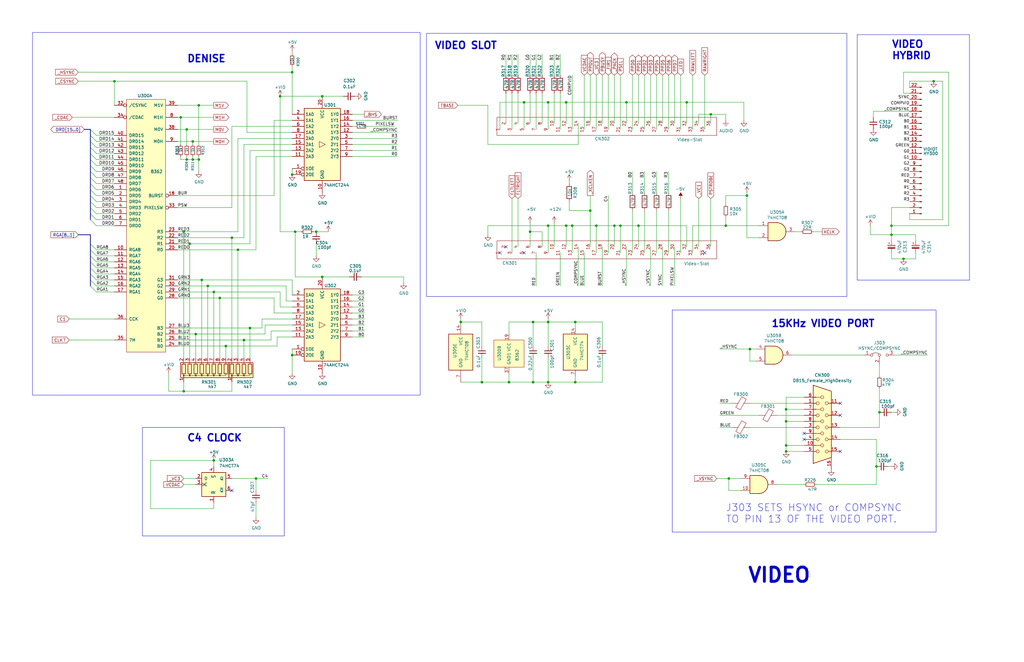
<source format=kicad_sch>
(kicad_sch (version 20231120) (generator "eeschema") (generator_version "8.0")
  (paper "B")
  (title_block (title "AMIGA PCI") (date "2025-04-28") (rev "6.0"))
  (junction (at 223.52 97.79))
  (junction (at 123.19 73.66))
  (junction (at 289.56 43.18))
  (junction (at 231.14 95.25))
  (junction (at 78.74 54.61))
  (junction (at 314.96 82.55))
  (junction (at 76.2 49.53))
  (junction (at 194.31 135.89))
  (junction (at 241.3 95.25))
  (junction (at 248.92 88.9))
  (junction (at 100.33 105.41))
  (junction (at 135.89 40.64))
  (junction (at 80.01 102.87))
  (junction (at 370.84 173.99))
  (junction (at 242.57 135.89))
  (junction (at 83.82 44.45))
  (junction (at 375.92 99.06))
  (junction (at 123.19 30.48))
  (junction (at 261.62 95.25))
  (junction (at 90.17 123.19))
  (junction (at 203.2 161.29))
  (junction (at 97.79 100.33))
  (junction (at 81.28 59.69))
  (junction (at 316.23 147.32))
  (junction (at 214.63 161.29))
  (junction (at 259.08 95.25))
  (junction (at 393.7 34.29))
  (junction (at 48.26 34.29))
  (junction (at 307.34 201.93))
  (junction (at 331.47 177.8))
  (junction (at 299.72 48.26))
  (junction (at 82.55 140.97))
  (junction (at 124.46 97.79))
  (junction (at 331.47 172.72))
  (junction (at 85.09 118.11))
  (junction (at 238.76 43.18))
  (junction (at 231.14 135.89))
  (junction (at 269.24 95.25))
  (junction (at 224.79 161.29))
  (junction (at 231.14 43.18))
  (junction (at 224.79 135.89))
  (junction (at 369.57 196.85))
  (junction (at 306.07 95.25))
  (junction (at 123.19 149.86))
  (junction (at 81.28 67.31))
  (junction (at 231.14 161.29))
  (junction (at 83.82 67.31))
  (junction (at 331.47 187.96))
  (junction (at 95.25 146.05))
  (junction (at 242.57 161.29))
  (junction (at 118.11 40.64))
  (junction (at 77.47 165.1))
  (junction (at 87.63 120.65))
  (junction (at 105.41 138.43))
  (junction (at 381 109.22))
  (junction (at 107.95 201.93))
  (junction (at 238.76 95.25))
  (junction (at 331.47 190.5))
  (junction (at 92.71 125.73))
  (junction (at 135.89 116.84))
  (junction (at 220.98 43.18))
  (junction (at 375.92 95.25))
  (junction (at 90.17 194.31))
  (junction (at 102.87 143.51))
  (junction (at 77.47 97.79))
  (junction (at 264.16 43.18))
  (junction (at 251.46 95.25))
  (junction (at 78.74 67.31))
  (junction (at 133.35 97.79))
  (no_connect (at 213.36 104.14))
  (no_connect (at 210.82 106.68))
  (no_connect (at 354.33 170.18))
  (no_connect (at 339.09 185.42))
  (no_connect (at 354.33 175.26))
  (no_connect (at 97.79 207.01))
  (no_connect (at 297.18 106.68))
  (no_connect (at 220.98 106.68))
  (no_connect (at 354.33 190.5))
  (no_connect (at 339.09 182.88))
  (bus_entry (at 40.64 118.11) (size -2.54 -2.54))
  (bus_entry (at 40.64 77.47) (size -2.54 -2.54))
  (bus_entry (at 40.64 80.01) (size -2.54 -2.54))
  (bus_entry (at 40.64 59.69) (size -2.54 -2.54))
  (bus_entry (at 40.64 85.09) (size -2.54 -2.54))
  (bus_entry (at 40.64 72.39) (size -2.54 -2.54))
  (bus_entry (at 40.64 57.15) (size -2.54 -2.54))
  (bus_entry (at 40.64 62.23) (size -2.54 -2.54))
  (bus_entry (at 40.64 95.25) (size -2.54 -2.54))
  (bus_entry (at 40.64 107.95) (size -2.54 -2.54))
  (bus_entry (at 40.64 113.03) (size -2.54 -2.54))
  (bus_entry (at 40.64 123.19) (size -2.54 -2.54))
  (bus_entry (at 40.64 110.49) (size -2.54 -2.54))
  (bus_entry (at 40.64 82.55) (size -2.54 -2.54))
  (bus_entry (at 40.64 67.31) (size -2.54 -2.54))
  (bus_entry (at 40.64 90.17) (size -2.54 -2.54))
  (bus_entry (at 40.64 120.65) (size -2.54 -2.54))
  (bus_entry (at 40.64 64.77) (size -2.54 -2.54))
  (bus_entry (at 40.64 92.71) (size -2.54 -2.54))
  (bus_entry (at 40.64 69.85) (size -2.54 -2.54))
  (bus_entry (at 40.64 87.63) (size -2.54 -2.54))
  (bus_entry (at 40.64 115.57) (size -2.54 -2.54))
  (bus_entry (at 40.64 105.41) (size -2.54 -2.54))
  (bus_entry (at 40.64 74.93) (size -2.54 -2.54))
  (wire (pts (xy 218.44 104.14) (xy 218.44 83.82)))
  (wire (pts (xy 303.53 180.34) (xy 308.61 180.34)))
  (wire (pts (xy 327.66 175.26) (xy 339.09 175.26)))
  (wire (pts (xy 251.46 54.61) (xy 251.46 31.75)))
  (wire (pts (xy 383.54 34.29) (xy 393.7 34.29)))
  (wire (pts (xy 148.59 55.88) (xy 167.64 55.88)))
  (wire (pts (xy 297.18 54.61) (xy 297.18 31.75)))
  (wire (pts (xy 118.11 129.54) (xy 118.11 123.19)))
  (wire (pts (xy 383.54 92.71) (xy 383.54 90.17)))
  (wire (pts (xy 292.1 95.25) (xy 306.07 95.25)))
  (wire (pts (xy 74.93 138.43) (xy 105.41 138.43)))
  (wire (pts (xy 264.16 43.18) (xy 289.56 43.18)))
  (wire (pts (xy 105.41 138.43) (xy 110.49 138.43)))
  (wire (pts (xy 400.05 30.48) (xy 400.05 95.25)))
  (wire (pts (xy 76.2 49.53) (xy 90.17 49.53)))
  (bus (pts (xy 38.1 54.61) (xy 38.1 57.15)))
  (wire (pts (xy 242.57 161.29) (xy 254 161.29)))
  (wire (pts (xy 203.2 161.29) (xy 194.31 161.29)))
  (wire (pts (xy 215.9 54.61) (xy 215.9 39.37)))
  (wire (pts (xy 226.06 54.61) (xy 226.06 39.37)))
  (wire (pts (xy 254 135.89) (xy 242.57 135.89)))
  (wire (pts (xy 148.59 137.16) (xy 153.67 137.16)))
  (bus (pts (xy 38.1 99.06) (xy 38.1 102.87)))
  (wire (pts (xy 281.94 88.9) (xy 281.94 106.68)))
  (wire (pts (xy 256.54 54.61) (xy 256.54 31.75)))
  (wire (pts (xy 251.46 95.25) (xy 241.3 95.25)))
  (wire (pts (xy 254 104.14) (xy 254 120.65)))
  (wire (pts (xy 231.14 151.13) (xy 231.14 161.29)))
  (wire (pts (xy 170.18 119.38) (xy 170.18 116.84)))
  (wire (pts (xy 303.53 175.26) (xy 320.04 175.26)))
  (wire (pts (xy 48.26 62.23) (xy 40.64 62.23)))
  (wire (pts (xy 241.3 106.68) (xy 241.3 95.25)))
  (wire (pts (xy 231.14 95.25) (xy 205.74 95.25)))
  (wire (pts (xy 381 30.48) (xy 400.05 30.48)))
  (wire (pts (xy 193.04 44.45) (xy 205.74 44.45)))
  (wire (pts (xy 81.28 67.31) (xy 83.82 67.31)))
  (wire (pts (xy 299.72 52.07) (xy 299.72 48.26)))
  (wire (pts (xy 224.79 146.05) (xy 224.79 135.89)))
  (wire (pts (xy 48.26 87.63) (xy 40.64 87.63)))
  (wire (pts (xy 254 161.29) (xy 254 151.13)))
  (wire (pts (xy 77.47 165.1) (xy 71.12 165.1)))
  (wire (pts (xy 100.33 105.41) (xy 100.33 151.13)))
  (wire (pts (xy 370.84 153.67) (xy 370.84 158.75)))
  (wire (pts (xy 256.54 82.55) (xy 256.54 106.68)))
  (wire (pts (xy 40.64 118.11) (xy 48.26 118.11)))
  (wire (pts (xy 246.38 106.68) (xy 246.38 120.65)))
  (wire (pts (xy 74.93 125.73) (xy 92.71 125.73)))
  (wire (pts (xy 144.78 40.64) (xy 135.89 40.64)))
  (wire (pts (xy 148.59 142.24) (xy 153.67 142.24)))
  (bus (pts (xy 38.1 110.49) (xy 38.1 113.03)))
  (wire (pts (xy 40.64 90.17) (xy 48.26 90.17)))
  (wire (pts (xy 203.2 146.05) (xy 203.2 135.89)))
  (wire (pts (xy 105.41 102.87) (xy 105.41 63.5)))
  (wire (pts (xy 218.44 52.07) (xy 218.44 39.37)))
  (wire (pts (xy 299.72 48.26) (xy 306.07 48.26)))
  (wire (pts (xy 203.2 151.13) (xy 203.2 161.29)))
  (wire (pts (xy 83.82 44.45) (xy 83.82 60.96)))
  (wire (pts (xy 194.31 134.62) (xy 194.31 135.89)))
  (wire (pts (xy 367.03 99.06) (xy 367.03 95.25)))
  (wire (pts (xy 104.14 55.88) (xy 104.14 34.29)))
  (wire (pts (xy 224.79 135.89) (xy 231.14 135.89)))
  (wire (pts (xy 251.46 106.68) (xy 251.46 95.25)))
  (wire (pts (xy 147.32 116.84) (xy 135.89 116.84)))
  (wire (pts (xy 33.02 30.48) (xy 123.19 30.48)))
  (wire (pts (xy 274.32 104.14) (xy 274.32 120.65)))
  (wire (pts (xy 48.26 67.31) (xy 40.64 67.31)))
  (wire (pts (xy 240.03 88.9) (xy 248.92 88.9)))
  (wire (pts (xy 74.93 87.63) (xy 97.79 87.63)))
  (wire (pts (xy 231.14 161.29) (xy 242.57 161.29)))
  (wire (pts (xy 238.76 43.18) (xy 264.16 43.18)))
  (wire (pts (xy 102.87 100.33) (xy 102.87 60.96)))
  (wire (pts (xy 48.26 49.53) (xy 30.48 49.53)))
  (wire (pts (xy 316.23 170.18) (xy 339.09 170.18)))
  (wire (pts (xy 124.46 97.79) (xy 127 97.79)))
  (wire (pts (xy 241.3 54.61) (xy 241.3 31.75)))
  (wire (pts (xy 107.95 201.93) (xy 113.03 201.93)))
  (wire (pts (xy 48.26 44.45) (xy 48.26 34.29)))
  (wire (pts (xy 294.64 52.07) (xy 294.64 48.26)))
  (wire (pts (xy 102.87 143.51) (xy 102.87 151.13)))
  (wire (pts (xy 377.19 149.86) (xy 391.16 149.86)))
  (wire (pts (xy 223.52 31.75) (xy 223.52 22.86)))
  (wire (pts (xy 238.76 52.07) (xy 238.76 43.18)))
  (wire (pts (xy 284.48 52.07) (xy 284.48 31.75)))
  (wire (pts (xy 294.64 104.14) (xy 294.64 83.82)))
  (wire (pts (xy 231.14 146.05) (xy 231.14 135.89)))
  (wire (pts (xy 40.64 107.95) (xy 48.26 107.95)))
  (wire (pts (xy 78.74 67.31) (xy 81.28 67.31)))
  (wire (pts (xy 316.23 147.32) (xy 318.77 147.32)))
  (wire (pts (xy 74.93 82.55) (xy 115.57 82.55)))
  (wire (pts (xy 203.2 135.89) (xy 194.31 135.89)))
  (wire (pts (xy 312.42 207.01) (xy 307.34 207.01)))
  (wire (pts (xy 220.98 54.61) (xy 220.98 43.18)))
  (wire (pts (xy 40.64 74.93) (xy 48.26 74.93)))
  (wire (pts (xy 383.54 87.63) (xy 375.92 87.63)))
  (wire (pts (xy 105.41 138.43) (xy 105.41 151.13)))
  (wire (pts (xy 40.64 110.49) (xy 48.26 110.49)))
  (wire (pts (xy 154.94 53.34) (xy 166.37 53.34)))
  (wire (pts (xy 231.14 135.89) (xy 242.57 135.89)))
  (wire (pts (xy 264.16 52.07) (xy 264.16 43.18)))
  (wire (pts (xy 276.86 88.9) (xy 276.86 106.68)))
  (wire (pts (xy 114.3 139.7) (xy 123.19 139.7)))
  (wire (pts (xy 48.26 92.71) (xy 40.64 92.71)))
  (wire (pts (xy 48.26 77.47) (xy 40.64 77.47)))
  (wire (pts (xy 48.26 72.39) (xy 40.64 72.39)))
  (wire (pts (xy 246.38 54.61) (xy 246.38 31.75)))
  (wire (pts (xy 242.57 135.89) (xy 242.57 138.43)))
  (bus (pts (xy 38.1 72.39) (xy 38.1 74.93)))
  (wire (pts (xy 90.17 214.63) (xy 63.5 214.63)))
  (wire (pts (xy 148.59 66.04) (xy 167.64 66.04)))
  (wire (pts (xy 233.68 104.14) (xy 233.68 93.98)))
  (wire (pts (xy 289.56 104.14) (xy 289.56 95.25)))
  (wire (pts (xy 240.03 85.09) (xy 240.03 88.9)))
  (wire (pts (xy 254 52.07) (xy 254 31.75)))
  (wire (pts (xy 292.1 54.61) (xy 292.1 31.75)))
  (wire (pts (xy 346.71 97.79) (xy 342.9 97.79)))
  (wire (pts (xy 377.19 173.99) (xy 375.92 173.99)))
  (wire (pts (xy 123.19 149.86) (xy 123.19 157.48)))
  (wire (pts (xy 123.19 22.86) (xy 123.19 21.59)))
  (wire (pts (xy 223.52 97.79) (xy 223.52 93.98)))
  (wire (pts (xy 314.96 82.55) (xy 314.96 81.28)))
  (wire (pts (xy 316.23 152.4) (xy 316.23 147.32)))
  (wire (pts (xy 233.68 52.07) (xy 233.68 39.37)))
  (wire (pts (xy 123.19 30.48) (xy 123.19 48.26)))
  (wire (pts (xy 299.72 104.14) (xy 299.72 83.82)))
  (wire (pts (xy 307.34 207.01) (xy 307.34 201.93)))
  (wire (pts (xy 77.47 97.79) (xy 100.33 97.79)))
  (wire (pts (xy 383.54 39.37) (xy 381 39.37)))
  (wire (pts (xy 102.87 60.96) (xy 123.19 60.96)))
  (wire (pts (xy 215.9 106.68) (xy 215.9 83.82)))
  (wire (pts (xy 375.92 196.85) (xy 374.65 196.85)))
  (wire (pts (xy 74.93 49.53) (xy 76.2 49.53)))
  (wire (pts (xy 148.59 48.26) (xy 153.67 48.26)))
  (wire (pts (xy 74.93 140.97) (xy 82.55 140.97)))
  (wire (pts (xy 302.26 201.93) (xy 307.34 201.93)))
  (wire (pts (xy 97.79 53.34) (xy 97.79 87.63)))
  (wire (pts (xy 205.74 44.45) (xy 205.74 60.96)))
  (wire (pts (xy 74.93 54.61) (xy 78.74 54.61)))
  (wire (pts (xy 74.93 143.51) (xy 102.87 143.51)))
  (bus (pts (xy 38.1 57.15) (xy 38.1 59.69)))
  (wire (pts (xy 327.66 204.47) (xy 339.09 204.47)))
  (wire (pts (xy 370.84 163.83) (xy 370.84 173.99)))
  (wire (pts (xy 148.59 60.96) (xy 167.64 60.96)))
  (wire (pts (xy 386.08 109.22) (xy 381 109.22)))
  (wire (pts (xy 339.09 172.72) (xy 331.47 172.72)))
  (wire (pts (xy 148.59 139.7) (xy 153.67 139.7)))
  (wire (pts (xy 279.4 120.65) (xy 279.4 104.14)))
  (wire (pts (xy 87.63 120.65) (xy 87.63 151.13)))
  (wire (pts (xy 148.59 134.62) (xy 153.67 134.62)))
  (wire (pts (xy 334.01 149.86) (xy 364.49 149.86)))
  (bus (pts (xy 38.1 115.57) (xy 38.1 118.11)))
  (wire (pts (xy 133.35 97.79) (xy 138.43 97.79)))
  (wire (pts (xy 83.82 72.39) (xy 83.82 67.31)))
  (wire (pts (xy 231.14 106.68) (xy 231.14 95.25)))
  (wire (pts (xy 123.19 71.12) (xy 123.19 73.66)))
  (wire (pts (xy 123.19 142.24) (xy 116.84 142.24)))
  (wire (pts (xy 266.7 72.39) (xy 266.7 81.28)))
  (wire (pts (xy 123.19 137.16) (xy 111.76 137.16)))
  (wire (pts (xy 77.47 201.93) (xy 82.55 201.93)))
  (wire (pts (xy 370.84 173.99) (xy 370.84 180.34)))
  (wire (pts (xy 228.6 97.79) (xy 223.52 97.79)))
  (wire (pts (xy 74.93 102.87) (xy 80.01 102.87)))
  (wire (pts (xy 306.07 86.36) (xy 306.07 82.55)))
  (wire (pts (xy 170.18 116.84) (xy 152.4 116.84)))
  (wire (pts (xy 100.33 105.41) (xy 107.95 105.41)))
  (wire (pts (xy 148.59 50.8) (xy 167.64 50.8)))
  (bus (pts (xy 38.1 62.23) (xy 38.1 64.77)))
  (wire (pts (xy 40.64 123.19) (xy 48.26 123.19)))
  (wire (pts (xy 331.47 167.64) (xy 331.47 172.72)))
  (wire (pts (xy 243.84 60.96) (xy 243.84 52.07)))
  (wire (pts (xy 276.86 72.39) (xy 276.86 81.28)))
  (bus (pts (xy 38.1 102.87) (xy 38.1 105.41)))
  (wire (pts (xy 63.5 194.31) (xy 90.17 194.31)))
  (wire (pts (xy 40.64 105.41) (xy 48.26 105.41)))
  (wire (pts (xy 63.5 214.63) (xy 63.5 194.31)))
  (wire (pts (xy 40.64 120.65) (xy 48.26 120.65)))
  (wire (pts (xy 81.28 59.69) (xy 90.17 59.69)))
  (wire (pts (xy 77.47 204.47) (xy 82.55 204.47)))
  (wire (pts (xy 228.6 104.14) (xy 228.6 97.79)))
  (wire (pts (xy 386.08 106.68) (xy 386.08 109.22)))
  (wire (pts (xy 115.57 132.08) (xy 123.19 132.08)))
  (wire (pts (xy 386.08 99.06) (xy 386.08 101.6)))
  (wire (pts (xy 284.48 104.14) (xy 284.48 120.65)))
  (wire (pts (xy 40.64 113.03) (xy 48.26 113.03)))
  (wire (pts (xy 123.19 129.54) (xy 118.11 129.54)))
  (wire (pts (xy 276.86 54.61) (xy 276.86 31.75)))
  (wire (pts (xy 368.3 46.99) (xy 368.3 49.53)))
  (wire (pts (xy 48.26 34.29) (xy 104.14 34.29)))
  (wire (pts (xy 81.28 59.69) (xy 81.28 60.96)))
  (wire (pts (xy 87.63 120.65) (xy 120.65 120.65)))
  (wire (pts (xy 269.24 52.07) (xy 269.24 31.75)))
  (wire (pts (xy 266.7 54.61) (xy 266.7 31.75)))
  (wire (pts (xy 248.92 52.07) (xy 248.92 31.75)))
  (wire (pts (xy 80.01 102.87) (xy 80.01 151.13)))
  (bus (pts (xy 35.56 54.61) (xy 38.1 54.61)))
  (wire (pts (xy 266.7 88.9) (xy 266.7 106.68)))
  (wire (pts (xy 110.49 134.62) (xy 110.49 138.43)))
  (wire (pts (xy 107.95 66.04) (xy 107.95 105.41)))
  (wire (pts (xy 123.19 147.32) (xy 123.19 149.86)))
  (wire (pts (xy 397.51 34.29) (xy 397.51 92.71)))
  (wire (pts (xy 313.69 43.18) (xy 313.69 50.8)))
  (wire (pts (xy 40.64 85.09) (xy 48.26 85.09)))
  (wire (pts (xy 77.47 161.29) (xy 77.47 165.1)))
  (bus (pts (xy 38.1 77.47) (xy 38.1 80.01)))
  (bus (pts (xy 38.1 80.01) (xy 38.1 82.55)))
  (wire (pts (xy 269.24 95.25) (xy 261.62 95.25)))
  (wire (pts (xy 236.22 106.68) (xy 236.22 120.65)))
  (wire (pts (xy 238.76 95.25) (xy 231.14 95.25)))
  (wire (pts (xy 74.93 59.69) (xy 81.28 59.69)))
  (wire (pts (xy 292.1 106.68) (xy 292.1 95.25)))
  (wire (pts (xy 148.59 53.34) (xy 149.86 53.34)))
  (wire (pts (xy 231.14 134.62) (xy 231.14 135.89)))
  (wire (pts (xy 214.63 157.48) (xy 214.63 161.29)))
  (wire (pts (xy 203.2 161.29) (xy 214.63 161.29)))
  (wire (pts (xy 148.59 129.54) (xy 153.67 129.54)))
  (wire (pts (xy 224.79 161.29) (xy 231.14 161.29)))
  (wire (pts (xy 339.09 187.96) (xy 331.47 187.96)))
  (wire (pts (xy 83.82 44.45) (xy 90.17 44.45)))
  (wire (pts (xy 148.59 124.46) (xy 153.67 124.46)))
  (wire (pts (xy 76.2 49.53) (xy 76.2 60.96)))
  (wire (pts (xy 123.19 27.94) (xy 123.19 30.48)))
  (wire (pts (xy 148.59 127) (xy 153.67 127)))
  (wire (pts (xy 236.22 54.61) (xy 236.22 39.37)))
  (bus (pts (xy 38.1 118.11) (xy 38.1 120.65)))
  (bus (pts (xy 38.1 87.63) (xy 38.1 90.17)))
  (wire (pts (xy 40.64 69.85) (xy 48.26 69.85)))
  (bus (pts (xy 38.1 113.03) (xy 38.1 115.57)))
  (wire (pts (xy 71.12 157.48) (xy 71.12 165.1)))
  (wire (pts (xy 259.08 52.07) (xy 259.08 31.75)))
  (wire (pts (xy 261.62 106.68) (xy 261.62 95.25)))
  (wire (pts (xy 97.79 161.29) (xy 97.79 165.1)))
  (wire (pts (xy 74.93 44.45) (xy 83.82 44.45)))
  (wire (pts (xy 261.62 54.61) (xy 261.62 31.75)))
  (wire (pts (xy 316.23 147.32) (xy 303.53 147.32)))
  (wire (pts (xy 331.47 190.5) (xy 339.09 190.5)))
  (wire (pts (xy 215.9 31.75) (xy 215.9 22.86)))
  (wire (pts (xy 97.79 201.93) (xy 107.95 201.93)))
  (wire (pts (xy 214.63 135.89) (xy 214.63 140.97)))
  (wire (pts (xy 95.25 146.05) (xy 95.25 151.13)))
  (wire (pts (xy 228.6 31.75) (xy 228.6 22.86)))
  (wire (pts (xy 213.36 52.07) (xy 213.36 39.37)))
  (bus (pts (xy 38.1 74.93) (xy 38.1 77.47)))
  (wire (pts (xy 306.07 82.55) (xy 314.96 82.55)))
  (wire (pts (xy 287.02 54.61) (xy 287.02 31.75)))
  (wire (pts (xy 123.19 66.04) (xy 107.95 66.04)))
  (bus (pts (xy 38.1 67.31) (xy 38.1 69.85)))
  (wire (pts (xy 339.09 177.8) (xy 331.47 177.8)))
  (wire (pts (xy 90.17 212.09) (xy 90.17 214.63)))
  (bus (pts (xy 38.1 69.85) (xy 38.1 72.39)))
  (wire (pts (xy 240.03 76.2) (xy 240.03 77.47)))
  (wire (pts (xy 83.82 67.31) (xy 83.82 66.04)))
  (wire (pts (xy 92.71 125.73) (xy 92.71 151.13)))
  (wire (pts (xy 95.25 146.05) (xy 116.84 146.05)))
  (wire (pts (xy 100.33 97.79) (xy 100.33 58.42)))
  (wire (pts (xy 40.64 115.57) (xy 48.26 115.57)))
  (wire (pts (xy 369.57 196.85) (xy 369.57 185.42)))
  (wire (pts (xy 214.63 135.89) (xy 224.79 135.89)))
  (wire (pts (xy 289.56 52.07) (xy 289.56 43.18)))
  (wire (pts (xy 231.14 54.61) (xy 231.14 43.18)))
  (wire (pts (xy 220.98 43.18) (xy 231.14 43.18)))
  (wire (pts (xy 102.87 143.51) (xy 114.3 143.51)))
  (bus (pts (xy 38.1 85.09) (xy 38.1 87.63)))
  (wire (pts (xy 306.07 95.25) (xy 320.04 95.25)))
  (wire (pts (xy 97.79 53.34) (xy 123.19 53.34)))
  (wire (pts (xy 29.21 143.51) (xy 48.26 143.51)))
  (wire (pts (xy 400.05 95.25) (xy 375.92 95.25)))
  (wire (pts (xy 236.22 31.75) (xy 236.22 22.86)))
  (bus (pts (xy 38.1 82.55) (xy 38.1 85.09)))
  (wire (pts (xy 135.89 40.64) (xy 118.11 40.64)))
  (wire (pts (xy 81.28 66.04) (xy 81.28 67.31)))
  (wire (pts (xy 77.47 165.1) (xy 97.79 165.1)))
  (wire (pts (xy 274.32 52.07) (xy 274.32 31.75)))
  (wire (pts (xy 124.46 97.79) (xy 124.46 116.84)))
  (wire (pts (xy 92.71 125.73) (xy 115.57 125.73)))
  (wire (pts (xy 90.17 194.31) (xy 90.17 196.85)))
  (wire (pts (xy 107.95 212.09) (xy 107.95 218.44)))
  (wire (pts (xy 123.19 127) (xy 120.65 127)))
  (wire (pts (xy 314.96 100.33) (xy 320.04 100.33)))
  (wire (pts (xy 74.93 97.79) (xy 77.47 97.79)))
  (wire (pts (xy 381 109.22) (xy 375.92 109.22)))
  (wire (pts (xy 148.59 58.42) (xy 167.64 58.42)))
  (wire (pts (xy 289.56 43.18) (xy 313.69 43.18)))
  (wire (pts (xy 97.79 100.33) (xy 97.79 151.13)))
  (bus (pts (xy 38.1 64.77) (xy 38.1 67.31)))
  (wire (pts (xy 248.92 82.55) (xy 248.92 88.9)))
  (wire (pts (xy 264.16 104.14) (xy 264.16 120.65)))
  (wire (pts (xy 82.55 140.97) (xy 111.76 140.97)))
  (wire (pts (xy 243.84 104.14) (xy 243.84 120.65)))
  (wire (pts (xy 115.57 50.8) (xy 123.19 50.8)))
  (wire (pts (xy 331.47 187.96) (xy 331.47 190.5)))
  (wire (pts (xy 339.09 180.34) (xy 316.23 180.34)))
  (wire (pts (xy 85.09 118.11) (xy 85.09 151.13)))
  (wire (pts (xy 344.17 204.47) (xy 369.57 204.47)))
  (wire (pts (xy 375.92 109.22) (xy 375.92 106.68)))
  (wire (pts (xy 78.74 54.61) (xy 78.74 60.96)))
  (wire (pts (xy 76.2 66.04) (xy 76.2 67.31)))
  (wire (pts (xy 381 39.37) (xy 381 30.48)))
  (wire (pts (xy 107.95 201.93) (xy 107.95 207.01)))
  (wire (pts (xy 303.53 170.18) (xy 308.61 170.18)))
  (wire (pts (xy 48.26 34.29) (xy 33.02 34.29)))
  (wire (pts (xy 115.57 125.73) (xy 115.57 132.08)))
  (wire (pts (xy 85.09 118.11) (xy 123.19 118.11)))
  (wire (pts (xy 111.76 137.16) (xy 111.76 140.97)))
  (wire (pts (xy 226.06 31.75) (xy 226.06 22.86)))
  (wire (pts (xy 259.08 104.14) (xy 259.08 95.25)))
  (wire (pts (xy 306.07 48.26) (xy 306.07 50.8)))
  (wire (pts (xy 226.06 106.68) (xy 226.06 120.65)))
  (wire (pts (xy 287.02 83.82) (xy 287.02 106.68)))
  (wire (pts (xy 40.64 95.25) (xy 48.26 95.25)))
  (bus (pts (xy 38.1 107.95) (xy 38.1 110.49)))
  (wire (pts (xy 312.42 201.93) (xy 307.34 201.93)))
  (wire (pts (xy 369.57 204.47) (xy 369.57 196.85)))
  (wire (pts (xy 393.7 34.29) (xy 397.51 34.29)))
  (wire (pts (xy 105.41 63.5) (xy 123.19 63.5)))
  (wire (pts (xy 90.17 123.19) (xy 118.11 123.19)))
  (wire (pts (xy 281.94 54.61) (xy 281.94 31.75)))
  (wire (pts (xy 339.09 167.64) (xy 331.47 167.64)))
  (wire (pts (xy 116.84 142.24) (xy 116.84 146.05)))
  (wire (pts (xy 210.82 43.18) (xy 220.98 43.18)))
  (wire (pts (xy 148.59 63.5) (xy 167.64 63.5)))
  (wire (pts (xy 78.74 54.61) (xy 90.17 54.61)))
  (wire (pts (xy 369.57 185.42) (xy 354.33 185.42)))
  (wire (pts (xy 100.33 58.42) (xy 123.19 58.42)))
  (wire (pts (xy 238.76 104.14) (xy 238.76 95.25)))
  (wire (pts (xy 133.35 102.87) (xy 133.35 107.95)))
  (wire (pts (xy 82.55 140.97) (xy 82.55 151.13)))
  (wire (pts (xy 375.92 95.25) (xy 375.92 99.06)))
  (wire (pts (xy 231.14 43.18) (xy 238.76 43.18)))
  (bus (pts (xy 38.1 59.69) (xy 38.1 62.23)))
  (wire (pts (xy 271.78 88.9) (xy 271.78 106.68)))
  (wire (pts (xy 74.93 105.41) (xy 100.33 105.41)))
  (wire (pts (xy 331.47 172.72) (xy 331.47 177.8)))
  (wire (pts (xy 375.92 99.06) (xy 386.08 99.06)))
  (wire (pts (xy 214.63 161.29) (xy 224.79 161.29)))
  (wire (pts (xy 269.24 104.14) (xy 269.24 95.25)))
  (wire (pts (xy 254 146.05) (xy 254 135.89)))
  (wire (pts (xy 97.79 100.33) (xy 102.87 100.33)))
  (wire (pts (xy 210.82 54.61) (xy 210.82 43.18)))
  (wire (pts (xy 279.4 52.07) (xy 279.4 31.75)))
  (wire (pts (xy 242.57 161.29) (xy 242.57 158.75)))
  (wire (pts (xy 233.68 31.75) (xy 233.68 22.86)))
  (wire (pts (xy 115.57 82.55) (xy 115.57 50.8)))
  (wire (pts (xy 48.26 57.15) (xy 40.64 57.15)))
  (bus (pts (xy 38.1 105.41) (xy 38.1 107.95)))
  (wire (pts (xy 271.78 54.61) (xy 271.78 31.75)))
  (wire (pts (xy 205.74 95.25) (xy 205.74 99.06)))
  (wire (pts (xy 74.93 146.05) (xy 95.25 146.05)))
  (wire (pts (xy 271.78 72.39) (xy 271.78 81.28)))
  (wire (pts (xy 223.52 104.14) (xy 223.52 97.79)))
  (wire (pts (xy 228.6 52.07) (xy 228.6 39.37)))
  (wire (pts (xy 248.92 88.9) (xy 248.92 104.14)))
  (wire (pts (xy 29.21 134.62) (xy 48.26 134.62)))
  (wire (pts (xy 205.74 60.96) (xy 243.84 60.96)))
  (wire (pts (xy 123.19 124.46) (xy 123.19 118.11)))
  (bus (pts (xy 38.1 99.06) (xy 33.02 99.06)))
  (wire (pts (xy 318.77 152.4) (xy 316.23 152.4)))
  (wire (pts (xy 375.92 101.6) (xy 375.92 99.06)))
  (wire (pts (xy 90.17 123.19) (xy 90.17 151.13)))
  (wire (pts (xy 397.51 92.71) (xy 383.54 92.71)))
  (wire (pts (xy 148.59 132.08) (xy 153.67 132.08)))
  (wire (pts (xy 74.93 120.65) (xy 87.63 120.65)))
  (wire (pts (xy 76.2 67.31) (xy 78.74 67.31)))
  (wire (pts (xy 114.3 143.51) (xy 114.3 139.7)))
  (wire (pts (xy 74.93 100.33) (xy 97.79 100.33)))
  (wire (pts (xy 281.94 72.39) (xy 281.94 81.28)))
  (wire (pts (xy 331.47 177.8) (xy 331.47 187.96)))
  (wire (pts (xy 74.93 118.11) (xy 85.09 118.11)))
  (wire (pts (xy 132.08 97.79) (xy 133.35 97.79)))
  (wire (pts (xy 40.64 80.01) (xy 48.26 80.01)))
  (wire (pts (xy 135.89 116.84) (xy 124.46 116.84)))
  (wire (pts (xy 48.26 82.55) (xy 40.64 82.55)))
  (wire (pts (xy 259.08 95.25) (xy 251.46 95.25)))
  (wire (pts (xy 375.92 87.63) (xy 375.92 95.25)))
  (wire (pts (xy 383.54 46.99) (xy 368.3 46.99)))
  (wire (pts (xy 367.03 99.06) (xy 375.92 99.06)))
  (wire (pts (xy 314.96 82.55) (xy 314.96 100.33)))
  (wire (pts (xy 223.52 52.07) (xy 223.52 39.37)))
  (wire (pts (xy 74.93 123.19) (xy 90.17 123.19)))
  (bus (pts (xy 38.1 90.17) (xy 38.1 92.71)))
  (wire (pts (xy 218.44 31.75) (xy 218.44 22.86)))
  (wire (pts (xy 78.74 66.04) (xy 78.74 67.31)))
  (wire (pts (xy 241.3 95.25) (xy 238.76 95.25)))
  (wire (pts (xy 224.79 151.13) (xy 224.79 161.29)))
  (wire (pts (xy 289.56 95.25) (xy 269.24 95.25)))
  (wire (pts (xy 383.54 36.83) (xy 383.54 34.29)))
  (wire (pts (xy 80.01 102.87) (xy 105.41 102.87)))
  (wire (pts (xy 123.19 55.88) (xy 104.14 55.88)))
  (wire (pts (xy 40.64 64.77) (xy 48.26 64.77)))
  (wire (pts (xy 118.11 97.79) (xy 124.46 97.79)))
  (wire (pts (xy 294.64 48.26) (xy 299.72 48.26)))
  (wire (pts (xy 213.36 31.75) (xy 213.36 22.86)))
  (wire (pts (xy 118.11 40.64) (xy 118.11 97.79)))
  (wire (pts (xy 306.07 91.44) (xy 306.07 95.25)))
  (wire (pts (xy 354.33 180.34) (xy 370.84 180.34)))
  (wire (pts (xy 120.65 127) (xy 120.65 120.65)))
  (wire (pts (xy 261.62 95.25) (xy 259.08 95.25)))
  (wire (pts (xy 123.19 134.62) (xy 110.49 134.62)))
  (wire (pts (xy 40.64 59.69) (xy 48.26 59.69)))
  (wire (pts (xy 77.47 97.79) (xy 77.47 151.13)))
  (wire (pts (xy 337.82 97.79) (xy 335.28 97.79)))
  (rectangle (start 13.716 13.716) (end 177.165 166.751))
  (rectangle (start 179.832 14.097) (end 357.124 125.095))
  (rectangle (start 361.442 14.605) (end 408.813 118.237))
  (rectangle (start 283.464 130.81) (end 394.716 224.536))
  (rectangle (start 60.071 180.34) (end 119.888 226.187))
  (text "VIDEO SLOT" (at 183.134 21.082 0) (effects (font (size 3 3) (bold yes)) (justify left bottom)))
  (text "J303 SETS HSYNC or COMPSYNC\nTO PIN 13 OF THE VIDEO PORT." (at 306.07 220.98 0) (effects (font (size 2.9972 2.9972)) (justify left bottom)))
  (text "VIDEO\nHYBRID" (at 375.92 25.4 0) (effects (font (size 3 3) (bold yes)) (justify left bottom)))
  (text "DENISE" (at 78.74 26.67 0) (effects (font (size 3 3) (thickness 0.6) (bold yes)) (justify left bottom)))
  (text "C4 CLOCK" (at 78.74 186.69 0) (effects (font (size 3 3) (thickness 0.6) (bold yes)) (justify left bottom)))
  (text "15KHz VIDEO PORT" (at 325.12 138.43 0) (effects (font (size 3 3) (bold yes)) (justify left bottom)))
  (text "VIDEO" (at 314.96 246.38 0) (effects (font (size 6 6) (thickness 1.2) (bold yes)) (justify left bottom)))
  (label "DRD4" (at 48.26 85.09 180) (effects (font (size 1.2954 1.2954))))
  (label "RGA5" (at 40.64 113.03 0) (effects (font (size 1.2954 1.2954))))
  (label "DRD5" (at 48.26 82.55 180) (effects (font (size 1.2954 1.2954))))
  (label "BLUE" (at 246.38 120.65 90) (effects (font (size 1.1938 1.1938))))
  (label "B1" (at 383.54 54.61 180) (effects (font (size 1.1938 1.1938))))
  (label "G2" (at 228.6 22.86 270))
  (label "R2" (at 383.54 82.55 180) (effects (font (size 1.1938 1.1938))))
  (label "R0" (at 213.36 22.86 270))
  (label "G2" (at 383.54 69.85 180) (effects (font (size 1.1938 1.1938))))
  (label "G3" (at 276.86 72.39 270))
  (label "DRD13" (at 48.26 62.23 180) (effects (font (size 1.2954 1.2954))))
  (label "B1" (at 153.67 139.7 180))
  (label "BLU3" (at 74.93 138.43 0))
  (label "PSW" (at 74.93 87.63 0))
  (label "RED2" (at 74.93 100.33 0))
  (label "COMPVID" (at 241.3 31.75 270))
  (label "BLU1" (at 74.93 143.51 0))
  (label "B0" (at 153.67 142.24 180))
  (label "DRD3" (at 48.26 87.63 180) (effects (font (size 1.2954 1.2954))))
  (label "BLUE" (at 383.54 49.53 180) (effects (font (size 1.1938 1.1938))))
  (label "GRN1" (at 74.93 123.19 0))
  (label "RED3" (at 74.93 97.79 0))
  (label "G1" (at 226.06 22.86 270))
  (label "RGA4" (at 40.64 115.57 0) (effects (font (size 1.2954 1.2954))))
  (label "R3" (at 383.54 85.09 180) (effects (font (size 1.1938 1.1938))))
  (label "B1" (at 233.68 22.86 270))
  (label "RGA6" (at 40.64 110.49 0) (effects (font (size 1.2954 1.2954))))
  (label "B3" (at 271.78 72.39 270))
  (label "B2" (at 383.54 57.15 180) (effects (font (size 1.1938 1.1938))))
  (label "COMPVID" (at 383.54 44.45 180) (effects (font (size 1.1938 1.1938))))
  (label "RGA3" (at 40.64 118.11 0) (effects (font (size 1.2954 1.2954))))
  (label "SYNC" (at 279.4 120.65 90))
  (label "B0" (at 266.7 72.39 270))
  (label "DRD2" (at 48.26 90.17 180) (effects (font (size 1.2954 1.2954))))
  (label "GREEN" (at 236.22 120.65 90) (effects (font (size 1.1938 1.1938))))
  (label "GREEN" (at 303.53 175.26 0) (effects (font (size 1.1938 1.1938))))
  (label "DRD12" (at 48.26 64.77 180) (effects (font (size 1.2954 1.2954))))
  (label "DRD0" (at 48.26 95.25 180) (effects (font (size 1.2954 1.2954))))
  (label "BUR" (at 74.93 82.55 0))
  (label "RED0" (at 74.93 105.41 0))
  (label "_COMPSYNC" (at 243.84 120.65 90) (effects (font (size 1.1938 1.1938))))
  (label "C4" (at 256.54 82.55 270))
  (label "R0" (at 383.54 77.47 180) (effects (font (size 1.1938 1.1938))))
  (label "B0" (at 383.54 52.07 180) (effects (font (size 1.1938 1.1938))))
  (label "RGA2" (at 40.64 120.65 0) (effects (font (size 1.2954 1.2954))))
  (label "R2" (at 167.64 60.96 180))
  (label "BURST" (at 254 120.65 90))
  (label "G1" (at 153.67 129.54 180))
  (label "DRD14" (at 48.26 59.69 180) (effects (font (size 1.2954 1.2954))))
  (label "DRD7" (at 48.26 77.47 180) (effects (font (size 1.2954 1.2954))))
  (label "B3" (at 383.54 59.69 180) (effects (font (size 1.1938 1.1938))))
  (label "DRD11" (at 48.26 67.31 180) (effects (font (size 1.2954 1.2954))))
  (label "R3" (at 281.94 72.39 270))
  (label "_COMPSYNC" (at 167.64 55.88 180))
  (label "DRD10" (at 48.26 69.85 180) (effects (font (size 1.2954 1.2954))))
  (label "R1" (at 215.9 22.86 270))
  (label "PIXELSW" (at 166.37 53.34 180))
  (label "RED1" (at 74.93 102.87 0))
  (label "_COMPSYNC" (at 391.16 149.86 180))
  (label "B2" (at 153.67 137.16 180))
  (label "GRN3" (at 74.93 118.11 0))
  (label "RGA8" (at 40.64 105.41 0) (effects (font (size 1.2954 1.2954))))
  (label "G0" (at 223.52 22.86 270))
  (label "G3" (at 383.54 72.39 180) (effects (font (size 1.1938 1.1938))))
  (label "R0" (at 167.64 66.04 180))
  (label "BLU2" (at 74.93 140.97 0))
  (label "_VSYNC" (at 274.32 120.65 90))
  (label "BLU0" (at 74.93 146.05 0))
  (label "DRD15" (at 48.26 57.15 180) (effects (font (size 1.2954 1.2954))))
  (label "PIXELSW" (at 284.48 120.65 90))
  (label "G3" (at 153.67 124.46 180))
  (label "BURST" (at 167.64 50.8 180))
  (label "DRD8" (at 48.26 74.93 180) (effects (font (size 1.2954 1.2954))))
  (label "B3" (at 153.67 134.62 180))
  (label "R2" (at 218.44 22.86 270))
  (label "DRD1" (at 48.26 92.71 180) (effects (font (size 1.2954 1.2954))))
  (label "_HSYNC" (at 264.16 120.65 90))
  (label "RED" (at 303.53 170.18 0) (effects (font (size 1.1938 1.1938))))
  (label "R1" (at 167.64 63.5 180))
  (label "B2" (at 236.22 22.86 270))
  (label "GRN2" (at 74.93 120.65 0))
  (label "BLUE" (at 303.53 180.34 0) (effects (font (size 1.1938 1.1938))))
  (label "G0" (at 383.54 64.77 180) (effects (font (size 1.1938 1.1938))))
  (label "RED" (at 383.54 74.93 180) (effects (font (size 1.1938 1.1938))))
  (label "C4" (at 113.03 201.93 180))
  (label "R3" (at 167.64 58.42 180))
  (label "RGA7" (at 40.64 107.95 0) (effects (font (size 1.2954 1.2954))))
  (label "_HSYNC" (at 303.53 147.32 0))
  (label "G0" (at 153.67 132.08 180))
  (label "RGA1" (at 40.64 123.19 0) (effects (font (size 1.2954 1.2954))))
  (label "DRD6" (at 48.26 80.01 180) (effects (font (size 1.2954 1.2954))))
  (label "GREEN" (at 383.54 62.23 180) (effects (font (size 1.1938 1.1938))))
  (label "_COMPSYNC" (at 383.54 46.99 180) (effects (font (size 1.1938 1.1938))))
  (label "G2" (at 153.67 127 180))
  (label "DRD9" (at 48.26 72.39 180) (effects (font (size 1.2954 1.2954))))
  (label "GRN0" (at 74.93 125.73 0))
  (label "G1" (at 383.54 67.31 180) (effects (font (size 1.1938 1.1938))))
  (label "RED" (at 226.06 120.65 90) (effects (font (size 1.1938 1.1938))))
  (label "SYNC" (at 383.54 41.91 180) (effects (font (size 1.1938 1.1938))))
  (label "R1" (at 383.54 80.01 180) (effects (font (size 1.1938 1.1938))))
  (global_label "_VSYNC" (shape input) (at 302.26 201.93 180) (property "Intersheetrefs" "${INTERSHEET_REFS}" (at 292.3994 201.93 0) (effects (justify right))))
  (global_label "FLTLEFT" (shape input) (at 215.9 83.82 90) (property "Intersheetrefs" "${INTERSHEET_REFS}" (at 215.9 73.5966 90) (effects (justify left))))
  (global_label "PPD4" (shape bidirectional) (at 276.86 31.75 90) (property "Intersheetrefs" "${INTERSHEET_REFS}" (at 276.86 22.7134 90) (effects (justify left))))
  (global_label "PSTROBE" (shape input) (at 299.72 83.82 90) (property "Intersheetrefs" "${INTERSHEET_REFS}" (at 299.72 72.4476 90) (effects (justify left))))
  (global_label "_VC3" (shape input) (at 251.46 31.75 90) (property "Intersheetrefs" "${INTERSHEET_REFS}" (at 251.46 24.3085 90) (effects (justify left))))
  (global_label "FLTRIGHT" (shape input) (at 218.44 83.82 90) (property "Intersheetrefs" "${INTERSHEET_REFS}" (at 218.44 72.387 90) (effects (justify left))))
  (global_label "_CSYNC" (shape input) (at 33.02 34.29 180) (property "Intersheetrefs" "${INTERSHEET_REFS}" (at 22.978 34.29 0) (effects (justify right))))
  (global_label "PPD1" (shape bidirectional) (at 269.24 31.75 90) (property "Intersheetrefs" "${INTERSHEET_REFS}" (at 269.24 22.7134 90) (effects (justify left))))
  (global_label "XCLK" (shape output) (at 346.71 97.79 0) (property "Intersheetrefs" "${INTERSHEET_REFS}" (at 354.3934 97.79 0) (effects (justify left))))
  (global_label "CLK7" (shape input) (at 29.21 143.51 180) (property "Intersheetrefs" "${INTERSHEET_REFS}" (at 21.4472 143.51 0) (effects (justify right))))
  (global_label "M1V" (shape output) (at 90.17 44.45 0) (property "Intersheetrefs" "${INTERSHEET_REFS}" (at 96.8253 44.45 0) (effects (justify left))))
  (global_label "VCDAC" (shape input) (at 77.47 204.47 180) (property "Intersheetrefs" "${INTERSHEET_REFS}" (at 68.4976 204.47 0) (effects (justify right))))
  (global_label "_PACK" (shape bidirectional) (at 259.08 31.75 90) (property "Intersheetrefs" "${INTERSHEET_REFS}" (at 259.08 21.8667 90) (effects (justify left))))
  (global_label "_CDAC" (shape input) (at 30.48 49.53 180) (property "Intersheetrefs" "${INTERSHEET_REFS}" (at 21.708 49.53 0) (effects (justify right))))
  (global_label "PPD7" (shape bidirectional) (at 284.48 31.75 90) (property "Intersheetrefs" "${INTERSHEET_REFS}" (at 284.48 22.7134 90) (effects (justify left))))
  (global_label "_LED" (shape input) (at 287.02 31.75 90) (property "Intersheetrefs" "${INTERSHEET_REFS}" (at 287.02 24.4295 90) (effects (justify left))))
  (global_label "_FIR1" (shape input) (at 256.54 31.75 90) (property "Intersheetrefs" "${INTERSHEET_REFS}" (at 256.54 23.6243 90) (effects (justify left))))
  (global_label "DRD[15..0]" (shape bidirectional) (at 35.56 54.61 180) (effects (font (size 1.2954 1.2954))) (property "Intersheetrefs" "${INTERSHEET_REFS}" (at 20.9148 54.61 0) (effects (justify right))))
  (global_label "PSEL" (shape input) (at 261.62 31.75 90) (property "Intersheetrefs" "${INTERSHEET_REFS}" (at 261.62 24.1876 90) (effects (justify left))))
  (global_label "PBUSY" (shape bidirectional) (at 254 31.75 90) (property "Intersheetrefs" "${INTERSHEET_REFS}" (at 254 21.5643 90) (effects (justify left))))
  (global_label "RAWRIGHT" (shape input) (at 297.18 31.75 90) (property "Intersheetrefs" "${INTERSHEET_REFS}" (at 297.18 19.5913 90) (effects (justify left))))
  (global_label "VCDAC" (shape input) (at 246.38 31.75 90) (property "Intersheetrefs" "${INTERSHEET_REFS}" (at 246.38 22.857 90) (effects (justify left))))
  (global_label "PPOUT" (shape bidirectional) (at 248.92 31.75 90) (property "Intersheetrefs" "${INTERSHEET_REFS}" (at 248.92 21.5643 90) (effects (justify left))))
  (global_label "_VC3" (shape input) (at 77.47 201.93 180) (property "Intersheetrefs" "${INTERSHEET_REFS}" (at 70.0285 201.93 0) (effects (justify right))))
  (global_label "_BHS" (shape output) (at 153.67 48.26 0) (property "Intersheetrefs" "${INTERSHEET_REFS}" (at 161.163 47.371 0) (effects (justify left))))
  (global_label "M0H" (shape output) (at 90.17 59.69 0) (property "Intersheetrefs" "${INTERSHEET_REFS}" (at 93.98 61.976 0) (effects (justify left))))
  (global_label "_XCLKEN" (shape output) (at 248.92 82.55 90) (property "Intersheetrefs" "${INTERSHEET_REFS}" (at 248.92 71.4195 90) (effects (justify left))))
  (global_label "_VC1" (shape input) (at 294.64 83.82 90) (property "Intersheetrefs" "${INTERSHEET_REFS}" (at 294.64 76.3785 90) (effects (justify left))))
  (global_label "PPD3" (shape bidirectional) (at 274.32 31.75 90) (property "Intersheetrefs" "${INTERSHEET_REFS}" (at 274.32 22.7134 90) (effects (justify left))))
  (global_label "PPD6" (shape bidirectional) (at 281.94 31.75 90) (property "Intersheetrefs" "${INTERSHEET_REFS}" (at 281.94 22.7134 90) (effects (justify left))))
  (global_label "PPD2" (shape bidirectional) (at 271.78 31.75 90) (property "Intersheetrefs" "${INTERSHEET_REFS}" (at 271.78 22.7134 90) (effects (justify left))))
  (global_label "PPD0" (shape bidirectional) (at 266.7 31.75 90) (property "Intersheetrefs" "${INTERSHEET_REFS}" (at 266.7 22.7134 90) (effects (justify left))))
  (global_label "RAWLEFT" (shape input) (at 292.1 31.75 90) (property "Intersheetrefs" "${INTERSHEET_REFS}" (at 292.1 20.8009 90) (effects (justify left))))
  (global_label "_HSYNC" (shape input) (at 33.02 30.48 180) (property "Intersheetrefs" "${INTERSHEET_REFS}" (at 22.9175 30.48 0) (effects (justify right))))
  (global_label "C1" (shape input) (at 29.21 134.62 180) (property "Intersheetrefs" "${INTERSHEET_REFS}" (at 23.8247 134.62 0) (effects (justify right))))
  (global_label "M0V" (shape output) (at 90.17 54.61 0) (property "Intersheetrefs" "${INTERSHEET_REFS}" (at 94.234 57.023 0) (effects (justify left))))
  (global_label "RGA[8..1]" (shape input) (at 33.02 99.06 180) (effects (font (size 1.2954 1.2954))) (property "Intersheetrefs" "${INTERSHEET_REFS}" (at 20.9271 99.06 0) (effects (justify right))))
  (global_label "PPD5" (shape bidirectional) (at 279.4 31.75 90) (property "Intersheetrefs" "${INTERSHEET_REFS}" (at 279.4 22.7134 90) (effects (justify left))))
  (global_label "M1H" (shape output) (at 90.17 49.53 0) (property "Intersheetrefs" "${INTERSHEET_REFS}" (at 97.0672 49.53 0) (effects (justify left))))
  (global_label "TBASE" (shape input) (at 193.04 44.45 180) (property "Intersheetrefs" "${INTERSHEET_REFS}" (at 184.4495 44.45 0) (effects (justify right))))
  (symbol (lib_id "power:GND") (at 331.47 190.5 0) (unit 1)
    (property "Reference" "#PWR056" (effects (hide yes)))
    (property "Value" "GND" (at 331.597 194.8942 0))
    (instances (project "AmigaPCI Mainboard" (path "" (reference "#PWR056") (unit 1))) (project "2000ATX" (path "" (reference "#PWR0175") (unit 1))))
  )
  (symbol (lib_id "Device:R_Small") (at 152.4 53.34 270) (unit 1)
    (property "Reference" "R301" (at 149.86 52.07 90) (effects (font (size 0.9906 0.9906)) (justify left)))
    (property "Value" "47R" (at 151.13 53.34 90) (effects (font (size 0.9906 0.9906)) (justify left)))
    (property "Footprint" "Resistor_SMD:R_0603_1608Metric" (effects (hide yes)))
    (instances (project "AmigaPCI Mainboard" (path "" (reference "R301") (unit 1))) (project "2000ATX" (path "" (reference "RN203E1") (unit 1))))
  )
  (symbol (lib_id "power:GND") (at 231.14 161.29 0) (unit 1)
    (property "Reference" "#PWR065" (effects (hide yes)))
    (property "Value" "GND" (at 231.267 165.6842 0))
    (instances (project "AmigaPCI Mainboard" (path "" (reference "#PWR065") (unit 1))) (project "2000ATX" (path "" (reference "#PWR0196") (unit 1))))
  )
  (symbol (lib_id "74xx:74LS08") (at 326.39 149.86 0) (unit 2)
    (property "Reference" "U305" (at 326.39 141.605 0))
    (property "Value" "74HCT08" (at 326.39 143.9164 0))
    (property "Footprint" "Package_SO:TSSOP-14_4.4x5mm_P0.65mm" (effects (hide yes)))
    (property "Datasheet" "http://www.ti.com/lit/gpn/sn74LS08" (effects (hide yes)))
    (instances (project "AmigaPCI Mainboard" (path "" (reference "U305") (unit 2))) (project "2000ATX" (path "" (reference "U207") (unit 2))))
  )
  (symbol (lib_id "Device:R_Small") (at 306.07 88.9 180) (unit 1)
    (property "Reference" "R305" (at 307.5686 88.2563 0) (effects (justify right)))
    (property "Value" "10k" (at 307.5686 90.1773 0) (effects (justify right)))
    (property "Footprint" "Resistor_SMD:R_0603_1608Metric" (effects (hide yes)))
  )
  (symbol (lib_id "AmigaPCI-Symbols:CP_Small-Device") (at 386.08 104.14 0) (unit 1)
    (property "Reference" "C314" (at 391.795 104.14 90))
    (property "Value" "470uF" (at 389.4836 104.14 90))
    (property "Footprint" "Capacitor_THT:CP_Radial_D10.0mm_P5.00mm" (effects (hide yes)))
    (instances (project "AmigaPCI Mainboard" (path "" (reference "C314") (unit 1))) (project "2000ATX" (path "" (reference "C226") (unit 1)) (path "" (reference "C226") (unit 1))))
  )
  (symbol (lib_id "74xx:74HCT244") (at 135.89 137.16 0) (unit 1)
    (property "Reference" "U302" (at 139.319 120.523 0))
    (property "Value" "74AHCT244" (at 141.732 154.051 0))
    (property "Footprint" "Package_SO:TSSOP-20_4.4x6.5mm_P0.65mm" (effects (hide yes)))
    (property "Datasheet" "https://assets.nexperia.com/documents/data-sheet/74HC_HCT244.pdf" (effects (hide yes)))
    (instances (project "AmigaPCI Mainboard" (path "" (reference "U302") (unit 1))) (project "2000ATX" (path "" (reference "U206") (unit 1))))
  )
  (symbol (lib_id "Device:C_Small") (at 372.11 196.85 90) (unit 1)
    (property "Reference" "C316" (at 372.1163 192.278 90))
    (property "Value" "100pf" (at 373.126 194.31 90))
    (property "Footprint" "Capacitor_SMD:C_0603_1608Metric" (effects (hide yes)))
  )
  (symbol (lib_id "power:+5V") (at 231.14 134.62 0) (unit 1)
    (property "Reference" "#PWR0272" (effects (hide yes)))
    (property "Value" "+5V" (at 231.14 131.1181 0))
  )
  (symbol (lib_id "power:+5V") (at 123.19 21.59 0) (unit 1)
    (property "Reference" "#PWR050" (effects (hide yes)))
    (property "Value" "+5V" (at 123.19 17.78 0))
    (instances (project "AmigaPCI Mainboard" (path "" (reference "#PWR050") (unit 1))) (project "2000ATX" (path "" (reference "#PWR0201") (unit 1))))
  )
  (symbol (lib_id "Device:R") (at 226.06 35.56 180) (unit 1)
    (property "Reference" "R321" (at 225.044 29.972 90))
    (property "Value" "47R" (at 226.314 35.56 90))
    (property "Footprint" "Resistor_SMD:R_0603_1608Metric" (effects (hide yes)))
  )
  (symbol (lib_id "power:-5V") (at 287.02 83.82 0) (unit 1)
    (property "Reference" "#PWR0365" (effects (hide yes)))
    (property "Value" "-5V" (at 286.766 79.756 0))
    (property "Description" "Power symbol creates a global label with name \"-5V\"" (effects (hide yes)))
  )
  (symbol (lib_id "Device:C_Small") (at 107.95 209.55 0) (unit 1)
    (property "Reference" "C307" (at 106.426 208.153 90) (effects (justify left)))
    (property "Value" "47pF" (at 106.553 216.154 90) (effects (justify left)))
    (property "Footprint" "Capacitor_SMD:C_0603_1608Metric" (effects (hide yes)))
  )
  (symbol (lib_id "Device:C_Small") (at 133.35 100.33 0) (unit 1)
    (property "Reference" "C304" (at 135.763 102.489 0))
    (property "Value" "100pf" (at 136.779 104.394 0))
    (property "Footprint" "Capacitor_SMD:C_0603_1608Metric" (effects (hide yes)))
  )
  (symbol (lib_id "power:GND") (at 205.74 99.06 0) (unit 1)
    (property "Reference" "#PWR048" (effects (hide yes)))
    (property "Value" "GND" (at 205.867 103.4542 0))
    (instances (project "AmigaPCI Mainboard" (path "" (reference "#PWR048") (unit 1))) (project "2000ATX" (path "" (reference "#PWR0185") (unit 1))))
  )
  (symbol (lib_id "power:GND") (at 135.89 81.28 0) (unit 1)
    (property "Reference" "#PWR042" (effects (hide yes)))
    (property "Value" "GND" (at 136.017 85.6742 0))
    (instances (project "AmigaPCI Mainboard" (path "" (reference "#PWR042") (unit 1))) (project "2000ATX" (path "" (reference "#PWR0190") (unit 1))))
  )
  (symbol (lib_id "Device:R_Small") (at 81.28 63.5 180) (unit 1)
    (property "Reference" "R311" (at 81.28 68.072 90) (effects (font (size 0.9906 0.9906)) (justify left)))
    (property "Value" "1k" (at 81.28 62.23 90) (effects (font (size 0.9906 0.9906)) (justify left)))
    (property "Footprint" "Resistor_SMD:R_0603_1608Metric" (effects (hide yes)))
    (instances (project "AmigaPCI Mainboard" (path "" (reference "R311") (unit 1))) (project "2000ATX" (path "" (reference "R203") (unit 1))))
  )
  (symbol (lib_id "Device:R_Small") (at 341.63 204.47 270) (unit 1)
    (property "Reference" "R226" (at 339.09 202.565 90) (effects (justify left)))
    (property "Value" "47R" (at 340.614 206.502 90) (effects (justify left)))
    (property "Footprint" "Resistor_SMD:R_0603_1608Metric" (effects (hide yes)))
    (instances (project "AmigaPCI Mainboard" (path "" (reference "R226") (unit 1))) (project "2000ATX" (path "" (reference "R203A1") (unit 1))))
  )
  (symbol (lib_id "AmigaPCI-Symbols:Video Hybrid (VIDIOT)") (at 388.62 64.77 180) (unit 1)
    (property "Reference" "HY300" (at 392.43 64.77 0))
    (property "Value" "VIDIOT" (at 389.3312 62.9412 0) (effects (justify right)))
    (property "Footprint" "Connector_PinSocket_2.54mm:PinSocket_1x22_P2.54mm_Vertical" (effects (hide yes)))
    (instances (project "AmigaPCI Mainboard" (path "" (reference "HY300") (unit 1))) (project "2000ATX" (path "" (reference "HY200") (unit 1)) (path "" (reference "HY200") (unit 1))))
  )
  (symbol (lib_id "power:GND") (at 149.86 40.64 90) (unit 1)
    (property "Reference" "#PWR047" (effects (hide yes)))
    (property "Value" "GND" (at 154.2542 40.513 0))
    (instances (project "AmigaPCI Mainboard" (path "" (reference "#PWR047") (unit 1))) (project "2000ATX" (path "" (reference "#PWR0199") (unit 1))))
  )
  (symbol (lib_id "power:+5V") (at 240.03 76.2 0) (unit 1)
    (property "Reference" "#PWR019" (effects (hide yes)))
    (property "Value" "+5V" (at 240.03 72.517 0))
    (instances (project "AmigaPCI Mainboard" (path "" (reference "#PWR019") (unit 1))) (project "2000ATX" (path "" (reference "#PWR01") (unit 1))))
  )
  (symbol (lib_id "Device:R_Small") (at 340.36 97.79 90) (unit 1)
    (property "Reference" "R307" (at 340.36 94.0435 90))
    (property "Value" "22R" (at 340.36 95.9645 90))
    (property "Footprint" "Resistor_SMD:R_0603_1608Metric" (effects (hide yes)))
  )
  (symbol (lib_id "Device:R_Network08") (at 87.63 156.21 0) (mirror x) (unit 1)
    (property "Reference" "RN301" (at 91.313 161.274 0) (effects (justify right)))
    (property "Value" "4k7" (at 91.313 163.195 0) (effects (justify right)))
    (property "Footprint" "Resistor_THT:R_Array_SIP9" (effects (hide yes)))
    (property "Datasheet" "http://www.vishay.com/docs/31509/csc.pdf" (effects (hide yes)))
  )
  (symbol (lib_id "Device:C_Small") (at 231.14 148.59 0) (unit 1)
    (property "Reference" "C301" (at 232.791 145.669 90))
    (property "Value" "100pf" (at 232.791 152.654 90))
    (property "Footprint" "Capacitor_SMD:C_0603_1608Metric" (effects (hide yes)))
  )
  (symbol (lib_id "power:GND") (at 83.82 72.39 0) (unit 1)
    (property "Reference" "#PWR038" (effects (hide yes)))
    (property "Value" "GND" (at 83.947 76.7842 0))
    (instances (project "AmigaPCI Mainboard" (path "" (reference "#PWR038") (unit 1))) (project "2000ATX" (path "" (reference "#PWR0191") (unit 1))))
  )
  (symbol (lib_id "Device:R_Small") (at 78.74 63.5 180) (unit 1)
    (property "Reference" "R309" (at 78.74 68.072 90) (effects (font (size 0.9906 0.9906)) (justify left)))
    (property "Value" "1k" (at 78.74 62.23 90) (effects (font (size 0.9906 0.9906)) (justify left)))
    (property "Footprint" "Resistor_SMD:R_0603_1608Metric" (effects (hide yes)))
    (instances (project "AmigaPCI Mainboard" (path "" (reference "R309") (unit 1))) (project "2000ATX" (path "" (reference "R203") (unit 1))))
  )
  (symbol (lib_id "Device:R") (at 213.36 35.56 180) (unit 1)
    (property "Reference" "R317" (at 212.344 29.972 90))
    (property "Value" "47R" (at 213.614 35.56 90))
    (property "Footprint" "Resistor_SMD:R_0603_1608Metric" (effects (hide yes)))
  )
  (symbol (lib_id "AmigaPCI-Symbols:Ferrite_Bead") (at 312.42 180.34 270) (unit 1)
    (property "Reference" "FB302" (at 312.42 184.15 90))
    (property "Value" "80R" (effects (hide yes)))
    (property "Footprint" "Capacitor_SMD:C_0805_2012Metric" (effects (hide yes)))
    (property "Part" "ILHB1206ER750V" (effects (hide yes)))
    (instances (project "AmigaPCI Mainboard" (path "" (reference "FB302") (unit 1))) (project "2000ATX" (path "" (reference "FB902") (unit 1)) (path "" (reference "FB902") (unit 1))))
  )
  (symbol (lib_id "AmigaPCI-Symbols:+VID") (at 71.12 157.48 0) (unit 1)
    (property "Reference" "#PWR064" (effects (hide yes)))
    (property "Value" "+VID" (at 71.12 153.924 0))
    (instances (project "AmigaPCI Mainboard" (path "" (reference "#PWR064") (unit 1))) (project "2000ATX" (path "" (reference "#PWR0195") (unit 1))))
  )
  (symbol (lib_id "Device:R_Small") (at 76.2 63.5 180) (unit 1)
    (property "Reference" "R303" (at 74.676 61.468 90) (effects (font (size 0.9906 0.9906)) (justify left)))
    (property "Value" "1k" (at 76.2 62.23 90) (effects (font (size 0.9906 0.9906)) (justify left)))
    (property "Footprint" "Resistor_SMD:R_0603_1608Metric" (effects (hide yes)))
    (instances (project "AmigaPCI Mainboard" (path "" (reference "R303") (unit 1))) (project "2000ATX" (path "" (reference "R203") (unit 1))))
  )
  (symbol (lib_id "AmigaPCI-Symbols:MOS 8362 Denise") (at 60.96 62.23 0) (unit 1)
    (property "Reference" "U300" (at 61.087 40.386 0))
    (property "Value" "8362" (at 66.04 72.39 0))
    (property "Footprint" "Package_DIP:DIP-48_W15.24mm" (effects (hide yes)))
    (instances (project "AmigaPCI Mainboard" (path "" (reference "U300") (unit 1))) (project "2000ATX" (path "" (reference "U201") (unit 1))))
  )
  (symbol (lib_id "Device:C_Small") (at 203.2 148.59 0) (unit 1)
    (property "Reference" "C303" (at 201.676 147.193 90) (effects (justify left)))
    (property "Value" "0.1uF" (at 201.803 155.194 90) (effects (justify left)))
    (property "Footprint" "Capacitor_SMD:C_0603_1608Metric" (effects (hide yes)))
    (instances (project "AmigaPCI Mainboard" (path "" (reference "C303") (unit 1))) (project "2000ATX" (path "" (reference "C207") (unit 1))))
  )
  (symbol (lib_id "power:+5V") (at 223.52 93.98 0) (unit 1)
    (property "Reference" "#PWR051" (effects (hide yes)))
    (property "Value" "+5V" (at 223.9518 88.3158 0))
    (instances (project "AmigaPCI Mainboard" (path "" (reference "#PWR051") (unit 1))) (project "2000ATX" (path "" (reference "#PWR0182") (unit 1))))
  )
  (symbol (lib_id "AmigaPCI-Symbols:DB15_Female_HighDensity") (at 346.71 180.34 0) (unit 1)
    (property "Reference" "CN300" (at 346.71 158.3182 0))
    (property "Value" "DB15_Female_HighDensity" (at 346.71 160.6296 0))
    (property "Footprint" "AmigaPCI:DSUB-15-HD_Female_Horizontal_P2.29x1.98mm_EdgePinOffset8.35mm_Housed_MountingHolesOffset10.89mm" (effects (hide yes)))
    (property "Datasheet" " ~" (effects (hide yes)))
    (instances (project "AmigaPCI Mainboard" (path "" (reference "CN300") (unit 1))) (project "2000ATX" (path "" (reference "CN202") (unit 1)) (path "" (reference "CN202") (unit 1))))
  )
  (symbol (lib_id "74xx:74LS08") (at 320.04 204.47 0) (unit 3)
    (property "Reference" "U305" (at 320.04 196.215 0))
    (property "Value" "74HCT08" (at 320.04 198.5264 0))
    (property "Footprint" "Package_SO:TSSOP-14_4.4x5mm_P0.65mm" (effects (hide yes)))
    (property "Datasheet" "http://www.ti.com/lit/gpn/sn74LS08" (effects (hide yes)))
    (instances (project "AmigaPCI Mainboard" (path "" (reference "U305") (unit 3))) (project "2000ATX" (path "" (reference "U207") (unit 1))))
  )
  (symbol (lib_id "power:GND") (at 135.89 157.48 0) (unit 1)
    (property "Reference" "#PWR043" (effects (hide yes)))
    (property "Value" "GND" (at 136.017 161.8742 0))
    (instances (project "AmigaPCI Mainboard" (path "" (reference "#PWR043") (unit 1))) (project "2000ATX" (path "" (reference "#PWR0192") (unit 1))))
  )
  (symbol (lib_id "power:GND") (at 368.3 54.61 0) (unit 1)
    (property "Reference" "#PWR053" (effects (hide yes)))
    (property "Value" "GND" (at 368.427 59.0042 0))
    (instances (project "AmigaPCI Mainboard" (path "" (reference "#PWR053") (unit 1))) (project "2000ATX" (path "" (reference "#PWR0222") (unit 1))))
  )
  (symbol (lib_id "AmigaPCI-Symbols:Amiga-2000-Video-Slot") (at 254 106.68 90) (unit 1)
    (property "Reference" "CN301" (at 215.011 110.998 90))
    (property "Value" "Video-Slot" (at 293.751 111.252 90))
    (property "Footprint" "AmigaPCI:2x18_P2.54mm_Horizontal" (effects (hide yes)))
    (instances (project "AmigaPCI Mainboard" (path "" (reference "CN301") (unit 1))) (project "2000ATX" (path "" (reference "CN203") (unit 1))))
  )
  (symbol (lib_id "74xx:74HCT244") (at 135.89 60.96 0) (unit 1)
    (property "Reference" "U301" (at 139.192 44.323 0))
    (property "Value" "74AHCT244" (at 141.859 78.105 0))
    (property "Footprint" "Package_SO:TSSOP-20_4.4x6.5mm_P0.65mm" (effects (hide yes)))
    (property "Datasheet" "https://assets.nexperia.com/documents/data-sheet/74HC_HCT244.pdf" (effects (hide yes)))
    (instances (project "AmigaPCI Mainboard" (path "" (reference "U301") (unit 1))) (project "2000ATX" (path "" (reference "U205") (unit 1))))
  )
  (symbol (lib_id "AmigaPCI-Symbols:AUDIO GND") (at 306.07 50.8 0) (unit 1)
    (property "Reference" "#PWR046" (effects (hide yes)))
    (property "Value" "AUDIO" (at 306.197 55.1942 0))
    (instances (project "AmigaPCI Mainboard" (path "" (reference "#PWR046") (unit 1))) (project "2000ATX" (path "" (reference "#PWR0188") (unit 1))))
  )
  (symbol (lib_id "power:GND") (at 313.69 50.8 0) (unit 1)
    (property "Reference" "#PWR059" (effects (hide yes)))
    (property "Value" "GND" (at 313.817 55.1942 0))
    (instances (project "AmigaPCI Mainboard" (path "" (reference "#PWR059") (unit 1))) (project "2000ATX" (path "" (reference "#PWR0185") (unit 1))))
  )
  (symbol (lib_id "Device:C_Small") (at 254 148.59 0) (unit 1)
    (property "Reference" "C306" (at 252.476 147.193 90) (effects (justify left)))
    (property "Value" "0.1uF" (at 252.603 155.194 90) (effects (justify left)))
    (property "Footprint" "Capacitor_SMD:C_0603_1608Metric" (effects (hide yes)))
  )
  (symbol (lib_id "power:GND") (at 123.19 73.66 0) (unit 1)
    (property "Reference" "#PWR040" (effects (hide yes)))
    (property "Value" "GND" (at 123.317 78.0542 0))
    (instances (project "AmigaPCI Mainboard" (path "" (reference "#PWR040") (unit 1))) (project "2000ATX" (path "" (reference "#PWR0203") (unit 1))))
  )
  (symbol (lib_id "power:+5V") (at 314.96 81.28 0) (unit 1)
    (property "Reference" "#PWR057" (effects (hide yes)))
    (property "Value" "+5V" (at 314.96 77.47 0))
    (instances (project "AmigaPCI Mainboard" (path "" (reference "#PWR057") (unit 1))) (project "2000ATX" (path "" (reference "#PWR0187") (unit 1))))
  )
  (symbol (lib_id "Device:R_Network04") (at 102.87 156.21 0) (mirror x) (unit 1)
    (property "Reference" "RN302" (at 106.299 161.274 0) (effects (justify right)))
    (property "Value" "4k7" (at 106.299 163.195 0) (effects (justify right)))
    (property "Footprint" "Resistor_THT:R_Array_SIP5" (effects (hide yes)))
    (property "Datasheet" "http://www.vishay.com/docs/31509/csc.pdf" (effects (hide yes)))
  )
  (symbol (lib_id "74xx:74HC74") (at 90.17 204.47 0) (unit 1)
    (property "Reference" "U303" (at 92.3641 194.056 0) (effects (justify left)))
    (property "Value" "74HCT74" (at 92.3641 196.596 0) (effects (justify left)))
    (property "Footprint" "Package_SO:TSSOP-14_4.4x5mm_P0.65mm" (effects (hide yes)))
  )
  (symbol (lib_id "power:GND") (at 123.19 157.48 0) (unit 1)
    (property "Reference" "#PWR041" (effects (hide yes)))
    (property "Value" "GND" (at 123.317 161.8742 0))
    (instances (project "AmigaPCI Mainboard" (path "" (reference "#PWR041") (unit 1))) (project "2000ATX" (path "" (reference "#PWR0202") (unit 1))))
  )
  (symbol (lib_id "power:GND") (at 170.18 119.38 0) (unit 1)
    (property "Reference" "#PWR049" (effects (hide yes)))
    (property "Value" "GND" (at 170.307 123.7742 0))
    (instances (project "AmigaPCI Mainboard" (path "" (reference "#PWR049") (unit 1))) (project "2000ATX" (path "" (reference "#PWR0198") (unit 1))))
  )
  (symbol (lib_id "Device:R") (at 223.52 35.56 180) (unit 1)
    (property "Reference" "R320" (at 222.504 29.972 90))
    (property "Value" "47R" (at 223.774 35.56 90))
    (property "Footprint" "Resistor_SMD:R_0603_1608Metric" (effects (hide yes)))
  )
  (symbol (lib_id "Device:R") (at 236.22 35.56 180) (unit 1)
    (property "Reference" "R324" (at 235.204 29.972 90))
    (property "Value" "47R" (at 236.474 35.56 90))
    (property "Footprint" "Resistor_SMD:R_0603_1608Metric" (effects (hide yes)))
  )
  (symbol (lib_id "74xx:74LS08") (at 194.31 148.59 0) (unit 5)
    (property "Reference" "U305" (at 191.77 151.13 90) (effects (justify left)))
    (property "Value" "74HCT08" (at 196.85 152.4 90) (effects (justify left)))
    (property "Footprint" "Package_SO:TSSOP-14_4.4x5mm_P0.65mm" (effects (hide yes)))
    (property "Datasheet" "http://www.ti.com/lit/gpn/sn74LS08" (effects (hide yes)))
    (instances (project "AmigaPCI Mainboard" (path "" (reference "U305") (unit 5))) (project "2000ATX" (path "" (reference "U207") (unit 5))))
  )
  (symbol (lib_id "74xx:74LS08") (at 327.66 97.79 0) (unit 1)
    (property "Reference" "U305" (at 327.66 89.535 0))
    (property "Value" "74HCT08" (at 327.66 91.8464 0))
    (property "Footprint" "Package_SO:TSSOP-14_4.4x5mm_P0.65mm" (effects (hide yes)))
    (property "Datasheet" "http://www.ti.com/lit/gpn/sn74LS08" (effects (hide yes)))
    (instances (project "AmigaPCI Mainboard" (path "" (reference "U305") (unit 1))) (project "2000ATX" (path "" (reference "U303") (unit 1))))
  )
  (symbol (lib_id "Device:R") (at 218.44 35.56 180) (unit 1)
    (property "Reference" "R319" (at 217.424 29.972 90))
    (property "Value" "47R" (at 218.694 35.56 90))
    (property "Footprint" "Resistor_SMD:R_0603_1608Metric" (effects (hide yes)))
  )
  (symbol (lib_id "power:GND") (at 133.35 107.95 0) (unit 1)
    (property "Reference" "#PWR044" (effects (hide yes)))
    (property "Value" "GND" (at 133.477 112.3442 0))
    (instances (project "AmigaPCI Mainboard" (path "" (reference "#PWR044") (unit 1))) (project "2000ATX" (path "" (reference "#PWR0197") (unit 1))))
  )
  (symbol (lib_id "Device:R") (at 228.6 35.56 180) (unit 1)
    (property "Reference" "R322" (at 227.584 29.972 90))
    (property "Value" "47R" (at 228.854 35.56 90))
    (property "Footprint" "Resistor_SMD:R_0603_1608Metric" (effects (hide yes)))
  )
  (symbol (lib_id "Device:R") (at 215.9 35.56 180) (unit 1)
    (property "Reference" "R318" (at 214.884 29.972 90))
    (property "Value" "47R" (at 216.154 35.56 90))
    (property "Footprint" "Resistor_SMD:R_0603_1608Metric" (effects (hide yes)))
  )
  (symbol (lib_id "power:GND") (at 375.92 196.85 90) (unit 1)
    (property "Reference" "#PWR058" (effects (hide yes)))
    (property "Value" "GND" (at 380.3142 196.723 0))
    (instances (project "AmigaPCI Mainboard" (path "" (reference "#PWR058") (unit 1))) (project "2000ATX" (path "" (reference "#PWR0173") (unit 1))))
  )
  (symbol (lib_id "Device:R_Small") (at 370.84 161.29 180) (unit 1)
    (property "Reference" "R304" (at 377.063 160.401 0) (effects (justify left)))
    (property "Value" "47R" (at 375.666 162.306 0) (effects (justify left)))
    (property "Footprint" "Resistor_SMD:R_0603_1608Metric" (effects (hide yes)))
    (instances (project "AmigaPCI Mainboard" (path "" (reference "R304") (unit 1))) (project "2000ATX" (path "" (reference "R203B1") (unit 1))))
  )
  (symbol (lib_id "Device:C_Small") (at 149.86 116.84 90) (unit 1)
    (property "Reference" "C305" (at 149.8663 112.268 90))
    (property "Value" "0.1uF" (at 149.8663 114.189 90))
    (property "Footprint" "Capacitor_SMD:C_0603_1608Metric" (effects (hide yes)))
  )
  (symbol (lib_id "power:GND") (at 350.52 198.12 0) (unit 1)
    (property "Reference" "#PWR0196" (effects (hide yes)))
    (property "Value" "GND" (at 350.647 202.5142 0))
    (instances (project "AmigaPCI Mainboard" (path "" (reference "#PWR0196") (unit 1))) (project "2000ATX" (path "" (reference "#PWR0175") (unit 1))))
  )
  (symbol (lib_id "AmigaPCI-Symbols:CP_Small-Device") (at 375.92 104.14 0) (unit 1)
    (property "Reference" "C313" (at 381.635 104.14 90))
    (property "Value" "470uF" (at 379.3236 104.14 90))
    (property "Footprint" "Capacitor_THT:CP_Radial_D10.0mm_P5.00mm" (effects (hide yes)))
    (instances (project "AmigaPCI Mainboard" (path "" (reference "C313") (unit 1))) (project "2000ATX" (path "" (reference "C214") (unit 1)) (path "" (reference "C214") (unit 1))))
  )
  (symbol (lib_id "Device:R") (at 276.86 85.09 180) (unit 1)
    (property "Reference" "R315" (at 275.844 79.502 90))
    (property "Value" "47R" (at 277.114 85.09 90))
    (property "Footprint" "Resistor_SMD:R_0603_1608Metric" (effects (hide yes)))
  )
  (symbol (lib_id "AmigaPCI-Symbols:Amiga-2000-Video-Slot") (at 254 54.61 90) (unit 1)
    (property "Reference" "CN302" (at 254 58.547 90))
    (property "Value" "Video-Slot" (at 290.83 58.928 90))
    (property "Footprint" "AmigaPCI:2x18_P2.54mm_Horizontal" (effects (hide yes)))
    (instances (project "AmigaPCI Mainboard" (path "" (reference "CN302") (unit 1))) (project "2000ATX" (path "" (reference "CN207") (unit 1))))
  )
  (symbol (lib_id "Device:R_Small") (at 129.54 97.79 90) (mirror x) (unit 1)
    (property "Reference" "R302" (at 132.08 96.012 90) (effects (justify left)))
    (property "Value" "1R" (at 130.175 99.822 90) (effects (justify left)))
    (property "Footprint" "Resistor_SMD:R_0603_1608Metric" (effects (hide yes)))
    (instances (project "AmigaPCI Mainboard" (path "" (reference "R302") (unit 1))) (project "2000ATX" (path "" (reference "R215") (unit 1))))
  )
  (symbol (lib_id "power:+5V") (at 90.17 194.31 0) (unit 1)
    (property "Reference" "#PWR035" (effects (hide yes)))
    (property "Value" "+5V" (at 90.17 190.8081 0))
  )
  (symbol (lib_id "power:+12V") (at 233.68 93.98 0) (unit 1)
    (property "Reference" "#PWR052" (effects (hide yes)))
    (property "Value" "+12V" (at 234.1118 88.3158 0))
    (instances (project "AmigaPCI Mainboard" (path "" (reference "#PWR052") (unit 1))) (project "2000ATX" (path "" (reference "#PWR0183") (unit 1))))
  )
  (symbol (lib_id "Device:R") (at 233.68 35.56 180) (unit 1)
    (property "Reference" "R323" (at 232.664 29.972 90))
    (property "Value" "47R" (at 233.934 35.56 90))
    (property "Footprint" "Resistor_SMD:R_0603_1608Metric" (effects (hide yes)))
  )
  (symbol (lib_id "AmigaPCI-Symbols:MOS 8362 Denise") (at 214.63 149.86 0) (unit 2)
    (property "Reference" "U300" (at 210.566 152.273 90) (effects (justify left)))
    (property "Value" "8362" (at 218.059 152.4 90) (effects (justify left)))
    (property "Footprint" "Package_DIP:DIP-48_W15.24mm" (effects (hide yes)))
    (instances (project "AmigaPCI Mainboard" (path "" (reference "U300") (unit 2))) (project "2000ATX" (path "" (reference "U201") (unit 2))))
  )
  (symbol (lib_id "AmigaPCI-Symbols:+VID") (at 367.03 95.25 0) (unit 1)
    (property "Reference" "#PWR060" (effects (hide yes)))
    (property "Value" "+VID" (at 367.03 91.44 0))
    (instances (project "AmigaPCI Mainboard" (path "" (reference "#PWR060") (unit 1))) (project "2000ATX" (path "" (reference "#PWR0205") (unit 1))))
  )
  (symbol (lib_id "power:GND") (at 393.7 34.29 0) (unit 1)
    (property "Reference" "#PWR063" (effects (hide yes)))
    (property "Value" "GND" (at 393.827 38.6842 0))
    (instances (project "AmigaPCI Mainboard" (path "" (reference "#PWR063") (unit 1))) (project "2000ATX" (path "" (reference "#PWR0206") (unit 1))))
  )
  (symbol (lib_id "Device:C_Small") (at 368.3 52.07 0) (unit 1)
    (property "Reference" "C312" (at 370.6241 51.4326 0) (effects (justify left)))
    (property "Value" "100pF" (at 370.6241 53.3536 0) (effects (justify left)))
    (property "Footprint" "Capacitor_SMD:C_0603_1608Metric" (effects (hide yes)))
  )
  (symbol (lib_id "Device:R") (at 281.94 85.09 180) (unit 1)
    (property "Reference" "R316" (at 280.924 79.502 90))
    (property "Value" "47R" (at 282.194 85.09 90))
    (property "Footprint" "Resistor_SMD:R_0603_1608Metric" (effects (hide yes)))
  )
  (symbol (lib_id "AmigaPCI-Symbols:+VID") (at 118.11 40.64 0) (unit 1)
    (property "Reference" "#PWR039" (effects (hide yes)))
    (property "Value" "+VID" (at 118.11 36.83 0))
    (instances (project "AmigaPCI Mainboard" (path "" (reference "#PWR039") (unit 1))) (project "2000ATX" (path "" (reference "#PWR0200") (unit 1))))
  )
  (symbol (lib_id "Device:R_Small") (at 123.19 25.4 180) (unit 1)
    (property "Reference" "R300" (at 125.73 24.13 90) (effects (font (size 0.9906 0.9906)) (justify left)))
    (property "Value" "10k" (at 123.19 24.13 90) (effects (font (size 0.9906 0.9906)) (justify left)))
    (property "Footprint" "Resistor_SMD:R_0603_1608Metric" (effects (hide yes)))
    (instances (project "AmigaPCI Mainboard" (path "" (reference "R300") (unit 1))) (project "2000ATX" (path "" (reference "R203") (unit 1))))
  )
  (symbol (lib_id "Device:R_Small") (at 83.82 63.5 180) (unit 1)
    (property "Reference" "R312" (at 85.598 61.468 90) (effects (font (size 0.9906 0.9906)) (justify left)))
    (property "Value" "1k" (at 83.82 62.23 90) (effects (font (size 0.9906 0.9906)) (justify left)))
    (property "Footprint" "Resistor_SMD:R_0603_1608Metric" (effects (hide yes)))
    (instances (project "AmigaPCI Mainboard" (path "" (reference "R312") (unit 1))) (project "2000ATX" (path "" (reference "R203") (unit 1))))
  )
  (symbol (lib_id "Device:R") (at 271.78 85.09 180) (unit 1)
    (property "Reference" "R314" (at 270.764 79.502 90))
    (property "Value" "47R" (at 272.034 85.09 90))
    (property "Footprint" "Resistor_SMD:R_0603_1608Metric" (effects (hide yes)))
  )
  (symbol (lib_id "power:+5V") (at 138.43 97.79 0) (unit 1)
    (property "Reference" "#PWR045" (effects (hide yes)))
    (property "Value" "+5V" (at 138.43 93.98 0))
    (instances (project "AmigaPCI Mainboard" (path "" (reference "#PWR045") (unit 1))) (project "2000ATX" (path "" (reference "#PWR0193") (unit 1))))
  )
  (symbol (lib_id "Device:C_Small") (at 373.38 173.99 90) (unit 1)
    (property "Reference" "C315" (at 373.3863 169.418 90))
    (property "Value" "100pf" (at 374.396 171.45 90))
    (property "Footprint" "Capacitor_SMD:C_0603_1608Metric" (effects (hide yes)))
  )
  (symbol (lib_id "power:GND") (at 107.95 218.44 0) (unit 1)
    (property "Reference" "#PWR0138" (effects (hide yes)))
    (property "Value" "GND" (at 108.077 222.8342 0))
  )
  (symbol (lib_id "power:GND") (at 381 109.22 0) (unit 1)
    (property "Reference" "#PWR061" (effects (hide yes)))
    (property "Value" "GND" (at 381.127 113.6142 0))
    (instances (project "AmigaPCI Mainboard" (path "" (reference "#PWR061") (unit 1))) (project "2000ATX" (path "" (reference "#PWR0204") (unit 1))))
  )
  (symbol (lib_id "Device:C_Small") (at 224.79 148.59 0) (unit 1)
    (property "Reference" "C300" (at 223.647 147.32 90) (effects (justify left)))
    (property "Value" "0.22uF" (at 223.647 156.464 90) (effects (justify left)))
    (property "Footprint" "Capacitor_SMD:C_0603_1608Metric" (effects (hide yes)))
    (instances (project "AmigaPCI Mainboard" (path "" (reference "C300") (unit 1))) (project "2000ATX" (path "" (reference "C201") (unit 1))))
  )
  (symbol (lib_id "AmigaPCI-Symbols:+VID") (at 194.31 134.62 0) (unit 1)
    (property "Reference" "#PWR062" (effects (hide yes)))
    (property "Value" "+VID" (at 194.31 131.064 0))
    (instances (project "AmigaPCI Mainboard" (path "" (reference "#PWR062") (unit 1))) (project "2000ATX" (path "" (reference "#PWR0195") (unit 1))))
  )
  (symbol (lib_id "Jumper:Jumper_3_Bridged12") (at 370.84 149.86 0) (unit 1)
    (property "Reference" "J303" (at 370.84 144.6784 0))
    (property "Value" "HSYNC/COMPSYNC" (at 370.84 146.9898 0))
    (property "Footprint" "Connector_PinHeader_2.54mm:PinHeader_1x03_P2.54mm_Vertical" (effects (hide yes)))
    (instances (project "AmigaPCI Mainboard" (path "" (reference "J303") (unit 1))) (project "2000ATX" (path "" (reference "J9004") (unit 1)) (path "" (reference "J9004") (unit 1))))
  )
  (symbol (lib_id "power:GND") (at 377.19 173.99 90) (unit 1)
    (property "Reference" "#PWR0274" (effects (hide yes)))
    (property "Value" "GND" (at 381.5842 173.863 0))
    (instances (project "AmigaPCI Mainboard" (path "" (reference "#PWR0274") (unit 1))) (project "2000ATX" (path "" (reference "#PWR0173") (unit 1))))
  )
  (symbol (lib_id "Device:R") (at 266.7 85.09 180) (unit 1)
    (property "Reference" "R313" (at 265.684 79.502 90))
    (property "Value" "47R" (at 266.954 85.09 90))
    (property "Footprint" "Resistor_SMD:R_0603_1608Metric" (effects (hide yes)))
  )
  (symbol (lib_id "AmigaPCI-Symbols:Ferrite_Bead") (at 323.85 175.26 270) (unit 1)
    (property "Reference" "FB301" (at 323.85 171.45 90))
    (property "Value" "80R" (effects (hide yes)))
    (property "Footprint" "Capacitor_SMD:C_0805_2012Metric" (effects (hide yes)))
    (property "Part" "ILHB1206ER750V" (effects (hide yes)))
    (instances (project "AmigaPCI Mainboard" (path "" (reference "FB301") (unit 1))) (project "2000ATX" (path "" (reference "FB901") (unit 1)) (path "" (reference "FB901") (unit 1))))
  )
  (symbol (lib_id "AmigaPCI-Symbols:Ferrite_Bead") (at 312.42 170.18 270) (unit 1)
    (property "Reference" "FB300" (at 312.42 166.37 90))
    (property "Value" "80R" (effects (hide yes)))
    (property "Footprint" "Capacitor_SMD:C_0805_2012Metric" (effects (hide yes)))
    (property "Part" "ILHB1206ER750V" (effects (hide yes)))
    (instances (project "AmigaPCI Mainboard" (path "" (reference "FB300") (unit 1))) (project "2000ATX" (path "" (reference "FB900") (unit 1)) (path "" (reference "FB900") (unit 1))))
  )
  (symbol (lib_id "Device:R") (at 240.03 81.28 180) (unit 1)
    (property "Reference" "R308" (at 242.57 81.28 90))
    (property "Value" "10k" (at 240.284 81.28 90))
    (property "Footprint" "Resistor_SMD:R_0603_1608Metric" (effects (hide yes)))
    (instances (project "AmigaPCI Mainboard" (path "" (reference "R308") (unit 1))) (project "2000ATX" (path "" (reference "R217") (unit 1))))
  )
  (symbol (lib_id "Device:C_Small") (at 147.32 40.64 90) (unit 1)
    (property "Reference" "C302" (at 147.3263 34.036 90))
    (property "Value" "0.1uF" (at 147.3263 36.576 90))
    (property "Footprint" "Capacitor_SMD:C_0603_1608Metric" (effects (hide yes)))
  )
  (symbol (lib_id "74xx:74HC74") (at 242.57 148.59 0) (unit 3)
    (property "Reference" "U303" (at 239.649 151.765 90) (effects (justify left)))
    (property "Value" "74HCT74" (at 245.364 152.4 90) (effects (justify left)))
    (property "Footprint" "Package_SO:TSSOP-14_4.4x5mm_P0.65mm" (effects (hide yes)))
  )
)
</source>
